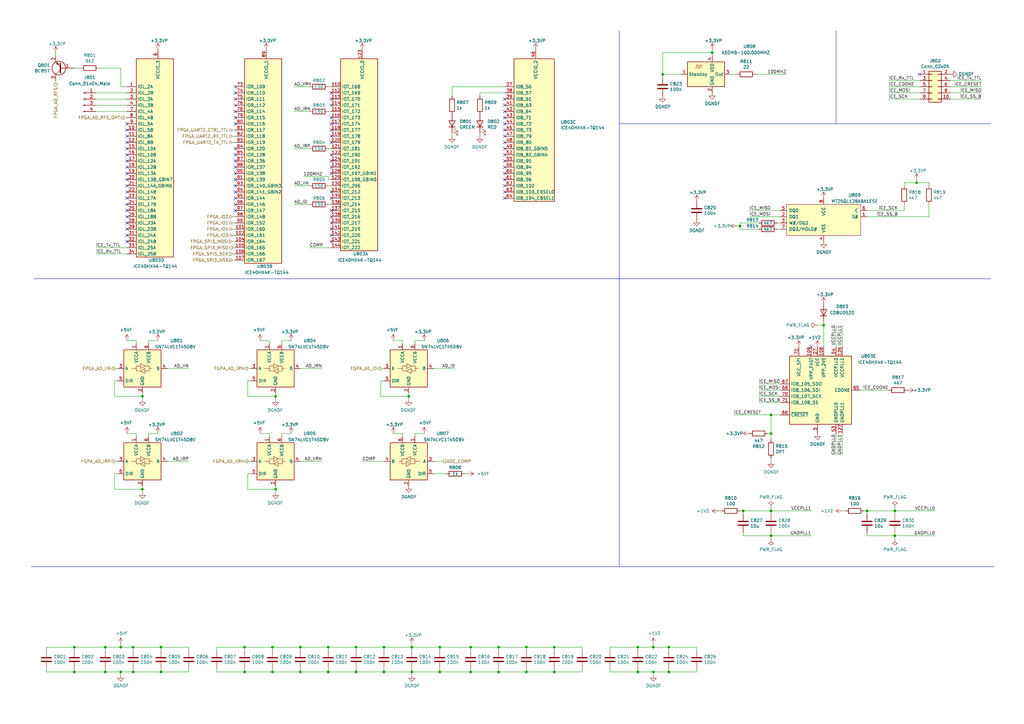
<source format=kicad_sch>
(kicad_sch (version 20231120) (generator "eeschema") (generator_version "8.0")
  (paper "A3")
  (title_block (title "FPGA") (date "2020-03-07") (rev "1.00"))
  (junction (at 227.33 275.59))
  (junction (at 215.9 275.59))
  (junction (at 168.91 275.59))
  (junction (at 157.48 275.59))
  (junction (at 146.05 275.59))
  (junction (at 292.1 21.59))
  (junction (at 30.48 265.43))
  (junction (at 204.47 265.43))
  (junction (at 304.8 209.55))
  (junction (at 134.62 265.43))
  (junction (at 49.53 265.43))
  (junction (at 54.61 265.43))
  (junction (at 43.18 265.43))
  (junction (at 100.33 275.59))
  (junction (at 193.04 265.43))
  (junction (at 113.03 200.66))
  (junction (at 355.6 209.55))
  (junction (at 316.23 209.55))
  (junction (at 316.23 170.18))
  (junction (at 271.78 30.48))
  (junction (at 111.76 275.59))
  (junction (at 193.04 275.59))
  (junction (at 66.04 265.43))
  (junction (at 167.64 162.56))
  (junction (at 30.48 275.59))
  (junction (at 337.82 133.35))
  (junction (at 274.32 275.59))
  (junction (at 204.47 275.59))
  (junction (at 58.42 162.56))
  (junction (at 168.91 265.43))
  (junction (at 375.92 74.93))
  (junction (at 267.97 275.59))
  (junction (at 261.62 275.59))
  (junction (at 113.03 162.56))
  (junction (at 261.62 265.43))
  (junction (at 157.48 265.43))
  (junction (at 303.53 92.71))
  (junction (at 227.33 265.43))
  (junction (at 274.32 265.43))
  (junction (at 367.03 219.71))
  (junction (at 180.34 265.43))
  (junction (at 58.42 200.66))
  (junction (at 316.23 219.71))
  (junction (at 123.19 275.59))
  (junction (at 66.04 275.59))
  (junction (at 316.23 177.8))
  (junction (at 100.33 265.43))
  (junction (at 146.05 265.43))
  (junction (at 123.19 265.43))
  (junction (at 54.61 275.59))
  (junction (at 111.76 265.43))
  (junction (at 267.97 265.43))
  (junction (at 180.34 275.59))
  (junction (at 43.18 275.59))
  (junction (at 215.9 265.43))
  (junction (at 367.03 209.55))
  (junction (at 134.62 275.59))
  (junction (at 49.53 275.59))
  (no_connect (at 135.89 38.1))
  (no_connect (at 52.07 66.04))
  (no_connect (at 207.01 48.26))
  (no_connect (at 52.07 50.8))
  (no_connect (at 207.01 58.42))
  (no_connect (at 207.01 53.34))
  (no_connect (at 207.01 68.58))
  (no_connect (at 135.89 48.26))
  (no_connect (at 207.01 60.96))
  (no_connect (at 96.52 38.1))
  (no_connect (at 52.07 68.58))
  (no_connect (at 96.52 68.58))
  (no_connect (at 96.52 40.64))
  (no_connect (at 52.07 96.52))
  (no_connect (at 135.89 68.58))
  (no_connect (at 96.52 45.72))
  (no_connect (at 207.01 78.74))
  (no_connect (at 135.89 86.36))
  (no_connect (at 207.01 66.04))
  (no_connect (at 52.07 63.5))
  (no_connect (at 96.52 76.2))
  (no_connect (at 135.89 58.42))
  (no_connect (at 52.07 88.9))
  (no_connect (at 96.52 60.96))
  (no_connect (at 135.89 93.98))
  (no_connect (at 207.01 63.5))
  (no_connect (at 135.89 96.52))
  (no_connect (at 207.01 76.2))
  (no_connect (at 135.89 66.04))
  (no_connect (at 377.19 30.48))
  (no_connect (at 52.07 55.88))
  (no_connect (at 96.52 78.74))
  (no_connect (at 207.01 43.18))
  (no_connect (at 96.52 50.8))
  (no_connect (at 135.89 53.34))
  (no_connect (at 207.01 55.88))
  (no_connect (at 207.01 50.8))
  (no_connect (at 135.89 71.12))
  (no_connect (at 52.07 60.96))
  (no_connect (at 52.07 76.2))
  (no_connect (at 135.89 63.5))
  (no_connect (at 96.52 48.26))
  (no_connect (at 96.52 63.5))
  (no_connect (at 52.07 78.74))
  (no_connect (at 207.01 71.12))
  (no_connect (at 207.01 40.64))
  (no_connect (at 135.89 55.88))
  (no_connect (at 52.07 71.12))
  (no_connect (at 52.07 73.66))
  (no_connect (at 135.89 40.64))
  (no_connect (at 52.07 99.06))
  (no_connect (at 96.52 35.56))
  (no_connect (at 96.52 71.12))
  (no_connect (at 52.07 91.44))
  (no_connect (at 135.89 88.9))
  (no_connect (at 207.01 73.66))
  (no_connect (at 52.07 58.42))
  (no_connect (at 52.07 81.28))
  (no_connect (at 207.01 45.72))
  (no_connect (at 52.07 93.98))
  (no_connect (at 135.89 99.06))
  (no_connect (at 135.89 78.74))
  (no_connect (at 96.52 73.66))
  (no_connect (at 52.07 83.82))
  (no_connect (at 96.52 66.04))
  (no_connect (at 332.74 142.24))
  (no_connect (at 96.52 86.36))
  (no_connect (at 135.89 81.28))
  (no_connect (at 96.52 43.18))
  (no_connect (at 96.52 81.28))
  (no_connect (at 96.52 83.82))
  (no_connect (at 135.89 43.18))
  (no_connect (at 207.01 81.28))
  (no_connect (at 135.89 50.8))
  (no_connect (at 52.07 86.36))
  (no_connect (at 135.89 91.44))
  (no_connect (at 52.07 53.34))
  (wire (pts (xy 148.59 189.23) (xy 157.48 189.23)))
  (wire (pts (xy 316.23 177.8) (xy 314.96 177.8)))
  (wire (pts (xy 250.19 274.32) (xy 250.19 275.59)))
  (wire (pts (xy 316.23 209.55) (xy 316.23 210.82)))
  (wire (pts (xy 185.42 35.56) (xy 207.01 35.56)))
  (wire (pts (xy 113.03 199.39) (xy 113.03 200.66)))
  (wire (pts (xy 316.23 189.23) (xy 316.23 187.96)))
  (wire (pts (xy 60.96 177.8) (xy 64.77 177.8)))
  (wire (pts (xy 377.19 35.56) (xy 364.49 35.56)))
  (wire (pts (xy 95.25 53.34) (xy 96.52 53.34)))
  (wire (pts (xy 55.88 140.97) (xy 55.88 139.7)))
  (wire (pts (xy 320.04 170.18) (xy 316.23 170.18)))
  (wire (pts (xy 54.61 274.32) (xy 54.61 275.59)))
  (wire (pts (xy 316.23 180.34) (xy 316.23 177.8)))
  (wire (pts (xy 40.64 27.94) (xy 49.53 27.94)))
  (wire (pts (xy 285.75 266.7) (xy 285.75 265.43)))
  (wire (pts (xy 261.62 266.7) (xy 261.62 265.43)))
  (wire (pts (xy 267.97 275.59) (xy 274.32 275.59)))
  (wire (pts (xy 134.62 265.43) (xy 146.05 265.43)))
  (wire (pts (xy 303.53 91.44) (xy 303.53 92.71)))
  (wire (pts (xy 95.25 99.06) (xy 96.52 99.06)))
  (wire (pts (xy 355.6 88.9) (xy 381 88.9)))
  (wire (pts (xy 320.04 86.36) (xy 307.34 86.36)))
  (wire (pts (xy 304.8 209.55) (xy 316.23 209.55)))
  (wire (pts (xy 111.76 266.7) (xy 111.76 265.43)))
  (wire (pts (xy 342.9 177.8) (xy 342.9 186.69)))
  (wire (pts (xy 123.19 275.59) (xy 134.62 275.59)))
  (wire (pts (xy 383.54 209.55) (xy 367.03 209.55)))
  (wire (pts (xy 43.18 265.43) (xy 49.53 265.43)))
  (wire (pts (xy 49.53 264.16) (xy 49.53 265.43)))
  (wire (pts (xy 177.8 189.23) (xy 181.61 189.23)))
  (wire (pts (xy 146.05 265.43) (xy 157.48 265.43)))
  (wire (pts (xy 355.6 210.82) (xy 355.6 209.55)))
  (wire (pts (xy 316.23 177.8) (xy 316.23 170.18)))
  (wire (pts (xy 43.18 265.43) (xy 43.18 266.7)))
  (wire (pts (xy 39.37 45.72) (xy 52.07 45.72)))
  (wire (pts (xy 345.44 142.24) (xy 345.44 133.35)))
  (wire (pts (xy 238.76 275.59) (xy 238.76 274.32)))
  (wire (pts (xy 146.05 275.59) (xy 157.48 275.59)))
  (wire (pts (xy 146.05 274.32) (xy 146.05 275.59)))
  (wire (pts (xy 303.53 92.71) (xy 303.53 93.98)))
  (wire (pts (xy 375.92 73.66) (xy 375.92 74.93)))
  (wire (pts (xy 95.25 58.42) (xy 96.52 58.42)))
  (wire (pts (xy 111.76 274.32) (xy 111.76 275.59)))
  (wire (pts (xy 134.62 274.32) (xy 134.62 275.59)))
  (wire (pts (xy 180.34 275.59) (xy 168.91 275.59)))
  (wire (pts (xy 332.74 209.55) (xy 316.23 209.55)))
  (wire (pts (xy 66.04 274.32) (xy 66.04 275.59)))
  (wire (pts (xy 54.61 265.43) (xy 54.61 266.7)))
  (wire (pts (xy 274.32 265.43) (xy 285.75 265.43)))
  (wire (pts (xy 167.64 162.56) (xy 156.21 162.56)))
  (wire (pts (xy 271.78 21.59) (xy 292.1 21.59)))
  (wire (pts (xy 170.18 179.07) (xy 170.18 177.8)))
  (wire (pts (xy 134.62 266.7) (xy 134.62 265.43)))
  (wire (pts (xy 165.1 177.8) (xy 161.29 177.8)))
  (wire (pts (xy 320.04 160.02) (xy 311.15 160.02)))
  (wire (pts (xy 52.07 104.14) (xy 39.37 104.14)))
  (wire (pts (xy 320.04 165.1) (xy 311.15 165.1)))
  (wire (pts (xy 261.62 275.59) (xy 267.97 275.59)))
  (wire (pts (xy 157.48 266.7) (xy 157.48 265.43)))
  (wire (pts (xy 55.88 179.07) (xy 55.88 177.8)))
  (wire (pts (xy 353.06 160.02) (xy 364.49 160.02)))
  (wire (pts (xy 367.03 209.55) (xy 367.03 210.82)))
  (wire (pts (xy 39.37 40.64) (xy 52.07 40.64)))
  (wire (pts (xy 304.8 210.82) (xy 304.8 209.55)))
  (wire (pts (xy 134.62 60.96) (xy 135.89 60.96)))
  (wire (pts (xy 100.33 275.59) (xy 111.76 275.59)))
  (wire (pts (xy 250.19 266.7) (xy 250.19 265.43)))
  (wire (pts (xy 19.05 265.43) (xy 30.48 265.43)))
  (wire (pts (xy 215.9 275.59) (xy 227.33 275.59)))
  (wire (pts (xy 102.87 151.13) (xy 101.6 151.13)))
  (wire (pts (xy 30.48 265.43) (xy 30.48 266.7)))
  (wire (pts (xy 134.62 76.2) (xy 135.89 76.2)))
  (wire (pts (xy 77.47 275.59) (xy 66.04 275.59)))
  (wire (pts (xy 157.48 275.59) (xy 168.91 275.59)))
  (wire (pts (xy 115.57 140.97) (xy 115.57 139.7)))
  (wire (pts (xy 66.04 265.43) (xy 66.04 266.7)))
  (wire (pts (xy 55.88 177.8) (xy 52.07 177.8)))
  (wire (pts (xy 49.53 27.94) (xy 49.53 35.56)))
  (wire (pts (xy 49.53 275.59) (xy 43.18 275.59)))
  (wire (pts (xy 389.89 35.56) (xy 402.59 35.56)))
  (wire (pts (xy 49.53 35.56) (xy 52.07 35.56)))
  (wire (pts (xy 354.33 209.55) (xy 355.6 209.55)))
  (wire (pts (xy 355.6 219.71) (xy 367.03 219.71)))
  (wire (pts (xy 110.49 139.7) (xy 106.68 139.7)))
  (wire (pts (xy 113.03 162.56) (xy 101.6 162.56)))
  (wire (pts (xy 389.89 40.64) (xy 402.59 40.64)))
  (wire (pts (xy 196.85 38.1) (xy 196.85 39.37)))
  (wire (pts (xy 227.33 265.43) (xy 238.76 265.43)))
  (wire (pts (xy 345.44 177.8) (xy 345.44 186.69)))
  (wire (pts (xy 389.89 33.02) (xy 402.59 33.02)))
  (wire (pts (xy 204.47 265.43) (xy 215.9 265.43)))
  (wire (pts (xy 100.33 265.43) (xy 111.76 265.43)))
  (wire (pts (xy 250.19 275.59) (xy 261.62 275.59)))
  (wire (pts (xy 101.6 194.31) (xy 102.87 194.31)))
  (wire (pts (xy 135.89 45.72) (xy 134.62 45.72)))
  (wire (pts (xy 115.57 179.07) (xy 115.57 177.8)))
  (wire (pts (xy 370.84 86.36) (xy 370.84 83.82)))
  (wire (pts (xy 88.9 275.59) (xy 100.33 275.59)))
  (wire (pts (xy 238.76 266.7) (xy 238.76 265.43)))
  (wire (pts (xy 238.76 275.59) (xy 227.33 275.59)))
  (wire (pts (xy 77.47 151.13) (xy 68.58 151.13)))
  (wire (pts (xy 101.6 156.21) (xy 102.87 156.21)))
  (wire (pts (xy 185.42 55.88) (xy 185.42 54.61)))
  (wire (pts (xy 123.19 274.32) (xy 123.19 275.59)))
  (wire (pts (xy 113.03 162.56) (xy 113.03 163.83)))
  (wire (pts (xy 165.1 139.7) (xy 161.29 139.7)))
  (wire (pts (xy 19.05 266.7) (xy 19.05 265.43)))
  (wire (pts (xy 168.91 264.16) (xy 168.91 265.43)))
  (wire (pts (xy 48.26 189.23) (xy 46.99 189.23)))
  (wire (pts (xy 337.82 133.35) (xy 337.82 132.08)))
  (wire (pts (xy 389.89 38.1) (xy 402.59 38.1)))
  (wire (pts (xy 127 101.6) (xy 135.89 101.6)))
  (wire (pts (xy 355.6 86.36) (xy 370.84 86.36)))
  (wire (pts (xy 193.04 265.43) (xy 204.47 265.43)))
  (wire (pts (xy 30.48 265.43) (xy 43.18 265.43)))
  (wire (pts (xy 43.18 275.59) (xy 30.48 275.59)))
  (wire (pts (xy 88.9 265.43) (xy 100.33 265.43)))
  (wire (pts (xy 320.04 93.98) (xy 318.77 93.98)))
  (wire (pts (xy 50.8 48.26) (xy 52.07 48.26)))
  (wire (pts (xy 134.62 275.59) (xy 146.05 275.59)))
  (wire (pts (xy 113.03 200.66) (xy 113.03 201.93)))
  (wire (pts (xy 46.99 194.31) (xy 48.26 194.31)))
  (wire (pts (xy 337.82 142.24) (xy 337.82 133.35)))
  (wire (pts (xy 193.04 274.32) (xy 193.04 275.59)))
  (wire (pts (xy 49.53 265.43) (xy 54.61 265.43)))
  (wire (pts (xy 19.05 275.59) (xy 30.48 275.59)))
  (wire (pts (xy 157.48 151.13) (xy 156.21 151.13)))
  (wire (pts (xy 115.57 177.8) (xy 119.38 177.8)))
  (wire (pts (xy 134.62 72.39) (xy 134.62 73.66)))
  (wire (pts (xy 381 74.93) (xy 381 76.2)))
  (wire (pts (xy 60.96 179.07) (xy 60.96 177.8)))
  (wire (pts (xy 303.53 91.44) (xy 311.15 91.44)))
  (wire (pts (xy 168.91 275.59) (xy 168.91 274.32)))
  (wire (pts (xy 55.88 139.7) (xy 52.07 139.7)))
  (wire (pts (xy 177.8 194.31) (xy 182.88 194.31)))
  (wire (pts (xy 39.37 38.1) (xy 52.07 38.1)))
  (wire (pts (xy 271.78 30.48) (xy 271.78 21.59)))
  (wire (pts (xy 123.19 266.7) (xy 123.19 265.43)))
  (wire (pts (xy 367.03 220.98) (xy 367.03 219.71)))
  (wire (pts (xy 60.96 140.97) (xy 60.96 139.7)))
  (wire (pts (xy 132.08 189.23) (xy 123.19 189.23)))
  (wire (pts (xy 299.72 30.48) (xy 302.26 30.48)))
  (wire (pts (xy 180.34 275.59) (xy 180.34 274.32)))
  (wire (pts (xy 88.9 266.7) (xy 88.9 265.43)))
  (wire (pts (xy 101.6 162.56) (xy 101.6 156.21)))
  (wire (pts (xy 170.18 139.7) (xy 173.99 139.7)))
  (wire (pts (xy 115.57 139.7) (xy 119.38 139.7)))
  (wire (pts (xy 250.19 265.43) (xy 261.62 265.43)))
  (wire (pts (xy 186.69 151.13) (xy 177.8 151.13)))
  (wire (pts (xy 267.97 276.86) (xy 267.97 275.59)))
  (wire (pts (xy 267.97 265.43) (xy 274.32 265.43)))
  (wire (pts (xy 196.85 55.88) (xy 196.85 54.61)))
  (wire (pts (xy 345.44 209.55) (xy 346.71 209.55)))
  (polyline (pts (xy 342.9 12.7) (xy 342.9 50.8)))
  (wire (pts (xy 132.08 151.13) (xy 123.19 151.13)))
  (wire (pts (xy 377.19 38.1) (xy 364.49 38.1)))
  (wire (pts (xy 377.19 40.64) (xy 364.49 40.64)))
  (wire (pts (xy 134.62 83.82) (xy 135.89 83.82)))
  (wire (pts (xy 180.34 265.43) (xy 193.04 265.43)))
  (wire (pts (xy 54.61 265.43) (xy 66.04 265.43)))
  (wire (pts (xy 95.25 104.14) (xy 96.52 104.14)))
  (wire (pts (xy 204.47 274.32) (xy 204.47 275.59)))
  (wire (pts (xy 100.33 266.7) (xy 100.33 265.43)))
  (wire (pts (xy 110.49 140.97) (xy 110.49 139.7)))
  (wire (pts (xy 320.04 157.48) (xy 311.15 157.48)))
  (wire (pts (xy 300.99 170.18) (xy 316.23 170.18)))
  (wire (pts (xy 304.8 218.44) (xy 304.8 219.71)))
  (wire (pts (xy 320.04 88.9) (xy 307.34 88.9)))
  (wire (pts (xy 110.49 179.07) (xy 110.49 177.8)))
  (wire (pts (xy 58.42 162.56) (xy 58.42 163.83)))
  (polyline (pts (xy 254 12.7) (xy 254 232.41)))
  (wire (pts (xy 367.03 219.71) (xy 383.54 219.71)))
  (wire (pts (xy 168.91 276.86) (xy 168.91 275.59)))
  (wire (pts (xy 66.04 275.59) (xy 54.61 275.59)))
  (wire (pts (xy 96.52 55.88) (xy 95.25 55.88)))
  (wire (pts (xy 49.53 276.86) (xy 49.53 275.59)))
  (wire (pts (xy 58.42 199.39) (xy 58.42 200.66)))
  (wire (pts (xy 30.48 27.94) (xy 33.02 27.94)))
  (wire (pts (xy 279.4 30.48) (xy 271.78 30.48)))
  (wire (pts (xy 30.48 274.32) (xy 30.48 275.59)))
  (wire (pts (xy 111.76 265.43) (xy 123.19 265.43)))
  (wire (pts (xy 335.28 133.35) (xy 337.82 133.35)))
  (polyline (pts (xy 13.97 114.3) (xy 406.4 114.3)))
  (wire (pts (xy 170.18 177.8) (xy 173.99 177.8)))
  (wire (pts (xy 285.75 274.32) (xy 285.75 275.59)))
  (wire (pts (xy 355.6 209.55) (xy 367.03 209.55)))
  (wire (pts (xy 165.1 179.07) (xy 165.1 177.8)))
  (wire (pts (xy 167.64 161.29) (xy 167.64 162.56)))
  (wire (pts (xy 22.86 21.59) (xy 22.86 22.86)))
  (wire (pts (xy 303.53 209.55) (xy 304.8 209.55)))
  (wire (pts (xy 261.62 265.43) (xy 267.97 265.43)))
  (wire (pts (xy 146.05 266.7) (xy 146.05 265.43)))
  (wire (pts (xy 274.32 274.32) (xy 274.32 275.59)))
  (wire (pts (xy 88.9 274.32) (xy 88.9 275.59)))
  (wire (pts (xy 58.42 200.66) (xy 58.42 201.93)))
  (wire (pts (xy 100.33 274.32) (xy 100.33 275.59)))
  (wire (pts (xy 342.9 142.24) (xy 342.9 133.35)))
  (polyline (pts (xy 12.7 232.41) (xy 407.67 232.41)))
  (wire (pts (xy 101.6 200.66) (xy 101.6 194.31)))
  (wire (pts (xy 370.84 74.93) (xy 375.92 74.93)))
  (wire (pts (xy 123.19 265.43) (xy 134.62 265.43)))
  (wire (pts (xy 167.64 162.56) (xy 167.64 163.83)))
  (wire (pts (xy 180.34 266.7) (xy 180.34 265.43)))
  (wire (pts (xy 22.86 34.29) (xy 22.86 33.02)))
  (wire (pts (xy 19.05 275.59) (xy 19.05 274.32)))
  (wire (pts (xy 318.77 91.44) (xy 320.04 91.44)))
  (wire (pts (xy 120.65 45.72) (xy 127 45.72)))
  (wire (pts (xy 96.52 101.6) (xy 95.25 101.6)))
  (wire (pts (xy 271.78 31.75) (xy 271.78 30.48)))
  (wire (pts (xy 111.76 275.59) (xy 123.19 275.59)))
  (wire (pts (xy 120.65 60.96) (xy 127 60.96)))
  (wire (pts (xy 58.42 200.66) (xy 46.99 200.66)))
  (wire (pts (xy 227.33 265.43) (xy 227.33 266.7)))
  (wire (pts (xy 102.87 189.23) (xy 101.6 189.23)))
  (wire (pts (xy 168.91 265.43) (xy 168.91 266.7)))
  (wire (pts (xy 227.33 275.59) (xy 227.33 274.32)))
  (wire (pts (xy 367.03 218.44) (xy 367.03 219.71)))
  (wire (pts (xy 274.32 275.59) (xy 285.75 275.59)))
  (wire (pts (xy 52.07 101.6) (xy 39.37 101.6)))
  (wire (pts (xy 168.91 265.43) (xy 180.34 265.43)))
  (wire (pts (xy 309.88 30.48) (xy 322.58 30.48)))
  (wire (pts (xy 96.52 93.98) (xy 95.25 93.98)))
  (wire (pts (xy 156.21 156.21) (xy 157.48 156.21)))
  (wire (pts (xy 370.84 76.2) (xy 370.84 74.93)))
  (wire (pts (xy 320.04 162.56) (xy 311.15 162.56)))
  (wire (pts (xy 292.1 21.59) (xy 292.1 22.86)))
  (wire (pts (xy 120.65 35.56) (xy 127 35.56)))
  (wire (pts (xy 316.23 218.44) (xy 316.23 219.71)))
  (wire (pts (xy 215.9 274.32) (xy 215.9 275.59)))
  (wire (pts (xy 39.37 43.18) (xy 52.07 43.18)))
  (wire (pts (xy 58.42 161.29) (xy 58.42 162.56)))
  (wire (pts (xy 120.65 83.82) (xy 127 83.82)))
  (wire (pts (xy 215.9 266.7) (xy 215.9 265.43)))
  (polyline (pts (xy 254 50.8) (xy 406.4 50.8)))
  (wire (pts (xy 294.64 209.55) (xy 295.91 209.55)))
  (wire (pts (xy 204.47 266.7) (xy 204.47 265.43)))
  (wire (pts (xy 46.99 162.56) (xy 46.99 156.21)))
  (wire (pts (xy 66.04 265.43) (xy 77.47 265.43)))
  (wire (pts (xy 316.23 219.71) (xy 332.74 219.71)))
  (wire (pts (xy 274.32 266.7) (xy 274.32 265.43)))
  (wire (pts (xy 185.42 39.37) (xy 185.42 35.56)))
  (wire (pts (xy 46.99 156.21) (xy 48.26 156.21)))
  (wire (pts (xy 113.03 200.66) (xy 101.6 200.66)))
  (wire (pts (xy 77.47 189.23) (xy 68.58 189.23)))
  (wire (pts (xy 170.18 140.97) (xy 170.18 139.7)))
  (wire (pts (xy 303.53 93.98) (xy 311.15 93.98)))
  (wire (pts (xy 215.9 265.43) (xy 227.33 265.43)))
  (wire (pts (xy 43.18 274.32) (xy 43.18 275.59)))
  (wire (pts (xy 120.65 76.2) (xy 127 76.2)))
  (wire (pts (xy 355.6 218.44) (xy 355.6 219.71)))
  (wire (pts (xy 110.49 177.8) (xy 106.68 177.8)))
  (wire (pts (xy 46.99 200.66) (xy 46.99 194.31)))
  (wire (pts (xy 95.25 96.52) (xy 96.52 96.52)))
  (wire (pts (xy 95.25 91.44) (xy 96.52 91.44)))
  (wire (pts (xy 316.23 208.28) (xy 316.23 209.55)))
  (wire (pts (xy 267.97 264.16) (xy 267.97 265.43)))
  (wire (pts (xy 292.1 20.32) (xy 292.1 21.59)))
  (wire (pts (xy 96.52 88.9) (xy 95.25 88.9)))
  (wire (pts (xy 156.21 162.56) (xy 156.21 156.21)))
  (wire (pts (xy 190.5 194.31) (xy 191.77 194.31)))
  (wire (pts (xy 95.25 106.68) (xy 96.52 106.68)))
  (wire (pts (xy 135.89 35.56) (xy 134.62 35.56)))
  (wire (pts (xy 193.04 265.43) (xy 193.04 266.7)))
  (wire (pts (xy 58.42 162.56) (xy 46.99 162.56)))
  (wire (pts (xy 304.8 219.71) (xy 316.23 219.71)))
  (wire (pts (xy 60.96 139.7) (xy 64.77 139.7)))
  (wire (pts (xy 165.1 140.97) (xy 165.1 139.7)))
  (wire (pts (xy 316.23 220.98) (xy 316.23 219.71)))
  (wire (pts (xy 204.47 275.59) (xy 215.9 275.59)))
  (wire (pts (xy 54.61 275.59) (xy 49.53 275.59)))
  (wire (pts (xy 134.62 73.66) (xy 135.89 73.66)))
  (wire (pts (xy 377.19 33.02) (xy 364.49 33.02)))
  (wire (pts (xy 367.03 208.28) (xy 367.03 209.55)))
  (wire (pts (xy 48.26 151.13) (xy 46.99 151.13)))
  (wire (pts (xy 375.92 74.93) (xy 381 74.93)))
  (wire (pts (xy 77.47 265.43) (xy 77.47 266.7)))
  (wire (pts (xy 124.46 72.39) (xy 134.62 72.39)))
  (wire (pts (xy 180.34 275.59) (xy 193.04 275.59)))
  (wire (pts (xy 302.26 92.71) (xy 303.53 92.71)))
  (wire (pts (xy 261.62 274.32) (xy 261.62 275.59)))
  (wire (pts (xy 381 88.9) (xy 381 83.82)))
  (wire (pts (xy 157.48 274.32) (xy 157.48 275.59)))
  (wire (pts (xy 113.03 161.29) (xy 113.03 162.56)))
  (wire (pts (xy 77.47 274.32) (xy 77.47 275.59)))
  (wire (pts (xy 196.85 38.1) (xy 207.01 38.1)))
  (wire (pts (xy 157.48 265.43) (xy 168.91 265.43)))
  (wire (pts (xy 193.04 275.59) (xy 204.47 275.59)))
  (label "iCE_SCK" (at 311.15 162.56 0))
  (label "iCE_MOSI" (at 364.49 38.1 0))
  (label "iCE_CDONE" (at 364.49 160.02 180))
  (label "COMP" (at 148.59 189.23 0))
  (label "AD_IRP" (at 77.47 189.23 180))
  (label "GNDPLL1" (at 345.44 186.69 90))
  (label "iCE_CDONE" (at 364.49 35.56 0))
  (label "100MHZ" (at 322.58 30.48 180))
  (label "iCE_MOSI" (at 307.34 88.9 0))
  (label "GNDPLL0" (at 383.54 219.71 180))
  (label "iCE_CRESET" (at 300.99 170.18 0))
  (label "AD_IRP" (at 120.65 60.96 0))
  (label "iCE_SS_B" (at 368.3 88.9 180))
  (label "GNDPLL1" (at 332.74 219.71 180))
  (label "AD_VRH" (at 120.65 35.56 0))
  (label "iCE_MOSI" (at 311.15 160.02 0))
  (label "100MHZ" (at 124.46 72.39 0))
  (label "iCE_CRESET" (at 402.59 35.56 180))
  (label "iCE_SS_B" (at 402.59 40.64 180))
  (label "iCE_Tx_TTL" (at 39.37 101.6 0))
  (label "AD_IIN" (at 120.65 76.2 0))
  (label "AD_VRH" (at 132.08 189.23 180))
  (label "VCCPLL1" (at 332.74 209.55 180))
  (label "iCE_SS_B" (at 311.15 165.1 0))
  (label "iCE_MISO" (at 307.34 86.36 0))
  (label "AD_IRN" (at 132.08 151.13 180))
  (label "iCE_Rx_TTL" (at 364.49 33.02 0))
  (label "AD_ID" (at 120.65 83.82 0))
  (label "iCE_MISO" (at 402.59 38.1 180))
  (label "VCCPLL1" (at 345.44 133.35 270))
  (label "VCCPLL0" (at 342.9 133.35 270))
  (label "iCE_Tx_TTL" (at 402.59 33.02 180))
  (label "iCE_SCK" (at 364.49 40.64 0))
  (label "iCE_Rx_TTL" (at 39.37 104.14 0))
  (label "AD_IRN" (at 120.65 45.72 0))
  (label "iCE_MISO" (at 311.15 157.48 0))
  (label "AD_ID" (at 186.69 151.13 180))
  (label "VCCPLL0" (at 383.54 209.55 180))
  (label "COMP" (at 127 101.6 0))
  (label "GNDPLL0" (at 342.9 186.69 90))
  (label "AD_IIN" (at 77.47 151.13 180))
  (label "iCE_SCK" (at 368.3 86.36 180))
  (hierarchical_label "FGPA_AD_IRN" (shape output) (at 101.6 151.13 180))
  (hierarchical_label "FPGA_SPI3_MOSI" (shape input) (at 95.25 99.06 180))
  (hierarchical_label "FPGA_IO3" (shape bidirectional) (at 95.25 96.52 180))
  (hierarchical_label "FPGA_SPI3_NSS" (shape input) (at 95.25 106.68 180))
  (hierarchical_label "FPGA_UART2_CTRL_TTL" (shape bidirectional) (at 95.25 53.34 180))
  (hierarchical_label "ADC_COMP" (shape input) (at 181.61 189.23 0))
  (hierarchical_label "FGPA_AD_ID" (shape output) (at 156.21 151.13 180))
  (hierarchical_label "FPGA_IO2" (shape bidirectional) (at 95.25 88.9 180))
  (hierarchical_label "FPGA_AD_RFS_OPT" (shape output) (at 50.8 48.26 180))
  (hierarchical_label "FGPA_AD_IRP" (shape output) (at 46.99 189.23 180))
  (hierarchical_label "FPGA_SPI3_MISO" (shape output) (at 95.25 101.6 180))
  (hierarchical_label "FGPA_AD_VRH" (shape output) (at 101.6 189.23 180))
  (hierarchical_label "FPGA_IO4" (shape bidirectional) (at 95.25 93.98 180))
  (hierarchical_label "FPGA_IO1" (shape bidirectional) (at 95.25 91.44 180))
  (hierarchical_label "FPGA_AD_RFS" (shape output) (at 22.86 34.29 270))
  (hierarchical_label "FPGA_UART2_RX_TTL" (shape bidirectional) (at 95.25 55.88 180))
  (hierarchical_label "FPGA_AD_IIN" (shape output) (at 46.99 151.13 180))
  (hierarchical_label "FPGA_UART2_TX_TTL" (shape bidirectional) (at 95.25 58.42 180))
  (hierarchical_label "FPGA_SPI3_SCK" (shape input) (at 95.25 104.14 180))
  (symbol (lib_id "Device:R") (at 130.81 83.82 270) (unit 1)
    (property "Reference" "R806" (at 130.81 81.28 90))
    (property "Value" "150" (at 130.81 83.82 90))
    (property "Footprint" "Resistor_SMD:R_0603_1608Metric_Pad1.05x0.95mm_HandSolder" (effects (hide yes)))
  )
  (symbol (lib_id "Device:R") (at 130.81 35.56 270) (unit 1)
    (property "Reference" "R802" (at 130.81 33.02 90))
    (property "Value" "150" (at 130.81 35.56 90))
    (property "Footprint" "Resistor_SMD:R_0603_1608Metric_Pad1.05x0.95mm_HandSolder" (effects (hide yes)))
  )
  (symbol (lib_id "Device:R") (at 130.81 45.72 270) (unit 1)
    (property "Reference" "R803" (at 130.81 43.18 90))
    (property "Value" "150" (at 130.81 45.72 90))
    (property "Footprint" "Resistor_SMD:R_0603_1608Metric_Pad1.05x0.95mm_HandSolder" (effects (hide yes)))
  )
  (symbol (lib_id "Device:R") (at 130.81 60.96 270) (unit 1)
    (property "Reference" "R804" (at 130.81 58.42 90))
    (property "Value" "150" (at 130.81 60.96 90))
    (property "Footprint" "Resistor_SMD:R_0603_1608Metric_Pad1.05x0.95mm_HandSolder" (effects (hide yes)))
  )
  (symbol (lib_id "Device:R") (at 130.81 76.2 270) (unit 1)
    (property "Reference" "R805" (at 130.81 73.66 90))
    (property "Value" "150" (at 130.81 76.2 90))
    (property "Footprint" "Resistor_SMD:R_0603_1608Metric_Pad1.05x0.95mm_HandSolder" (effects (hide yes)))
  )
  (symbol (lib_id "Connector_Generic:Conn_02x05_Odd_Even") (at 382.27 35.56 0) (unit 1)
    (property "Reference" "J802" (at 383.54 24.9682 0))
    (property "Value" "Conn_02x05" (at 383.54 27.2796 0))
    (property "Footprint" "Connector_PinHeader_2.54mm:PinHeader_2x05_P2.54mm_Vertical" (effects (hide yes)))
  )
  (symbol (lib_id "Device:R") (at 196.85 43.18 0) (unit 1)
    (property "Reference" "R809" (at 198.628 42.0116 0) (effects (justify left)))
    (property "Value" "1k" (at 198.628 44.323 0) (effects (justify left)))
    (property "Footprint" "Resistor_SMD:R_0603_1608Metric_Pad1.05x0.95mm_HandSolder" (effects (hide yes)))
  )
  (symbol (lib_id "Device:R") (at 185.42 43.18 0) (unit 1)
    (property "Reference" "R807" (at 187.198 42.0116 0) (effects (justify left)))
    (property "Value" "1k" (at 187.198 44.323 0) (effects (justify left)))
    (property "Footprint" "Resistor_SMD:R_0603_1608Metric_Pad1.05x0.95mm_HandSolder" (effects (hide yes)))
  )
  (symbol (lib_id "Device:LED") (at 196.85 50.8 90) (unit 1)
    (property "Reference" "D802" (at 199.8472 49.8094 90) (effects (justify right)))
    (property "Value" "RED" (at 199.8472 52.1208 90) (effects (justify right)))
    (property "Footprint" "LED_SMD:LED_0603_1608Metric_Pad1.05x0.95mm_HandSolder" (effects (hide yes)))
  )
  (symbol (lib_id "Device:LED") (at 185.42 50.8 90) (unit 1)
    (property "Reference" "D801" (at 188.4172 49.8094 90) (effects (justify right)))
    (property "Value" "GREEN" (at 188.4172 52.1208 90) (effects (justify right)))
    (property "Footprint" "LED_SMD:LED_0603_1608Metric_Pad1.05x0.95mm_HandSolder" (effects (hide yes)))
  )
  (symbol (lib_id "ADC_TEST:DGNDF") (at 196.85 55.88 0) (mirror y) (unit 1)
    (property "Reference" "#PWR0829" (effects (hide yes)))
    (property "Value" "DGNDF" (at 196.723 60.2742 0))
  )
  (symbol (lib_id "ADC_TEST:DGNDF") (at 185.42 55.88 0) (mirror y) (unit 1)
    (property "Reference" "#PWR0827" (effects (hide yes)))
    (property "Value" "DGNDF" (at 185.293 60.2742 0))
  )
  (symbol (lib_id "FPGA_Lattice:ICE40HX4K-TQ144") (at 148.59 66.04 0) (unit 1)
    (property "Reference" "U803" (at 144.78 104.14 0) (effects (justify left)))
    (property "Value" "ICE40HX4K-TQ144" (at 138.43 106.68 0) (effects (justify left)))
    (property "Footprint" "ADC_TEST:TQFP-144_20x20mm_P0.5mm" (effects (hide yes)))
    (property "Datasheet" "http://www.latticesemi.com/Products/FPGAandCPLD/iCE40" (effects (hide yes)))
  )
  (symbol (lib_id "FPGA_Lattice:ICE40HX4K-TQ144") (at 109.22 68.58 0) (unit 2)
    (property "Reference" "U803" (at 105.41 109.22 0) (effects (justify left)))
    (property "Value" "ICE40HX4K-TQ144" (at 100.33 111.76 0) (effects (justify left)))
    (property "Footprint" "ADC_TEST:TQFP-144_20x20mm_P0.5mm" (effects (hide yes)))
    (property "Datasheet" "http://www.latticesemi.com/Products/FPGAandCPLD/iCE40" (effects (hide yes)))
  )
  (symbol (lib_id "FPGA_Lattice:ICE40HX4K-TQ144") (at 219.71 55.88 0) (unit 3)
    (property "Reference" "U803" (at 229.8446 50.0888 0) (effects (justify left)))
    (property "Value" "ICE40HX4K-TQ144" (at 229.8446 52.4002 0) (effects (justify left)))
    (property "Footprint" "ADC_TEST:TQFP-144_20x20mm_P0.5mm" (effects (hide yes)))
    (property "Datasheet" "http://www.latticesemi.com/Products/FPGAandCPLD/iCE40" (effects (hide yes)))
  )
  (symbol (lib_id "FPGA_Lattice:ICE40HX4K-TQ144") (at 64.77 66.04 0) (unit 4)
    (property "Reference" "U803" (at 60.96 106.68 0) (effects (justify left)))
    (property "Value" "ICE40HX4K-TQ144" (at 54.61 109.22 0) (effects (justify left)))
    (property "Footprint" "ADC_TEST:TQFP-144_20x20mm_P0.5mm" (effects (hide yes)))
    (property "Datasheet" "http://www.latticesemi.com/Products/FPGAandCPLD/iCE40" (effects (hide yes)))
  )
  (symbol (lib_id "FPGA_Lattice:ICE40HX4K-TQ144") (at 335.28 160.02 0) (unit 5)
    (property "Reference" "U803" (at 353.06 146.05 0) (effects (justify left)))
    (property "Value" "ICE40HX4K-TQ144" (at 351.79 148.59 0) (effects (justify left)))
    (property "Footprint" "ADC_TEST:TQFP-144_20x20mm_P0.5mm" (effects (hide yes)))
    (property "Datasheet" "http://www.latticesemi.com/Products/FPGAandCPLD/iCE40" (effects (hide yes)))
  )
  (symbol (lib_id "power:+3.3VP") (at 64.77 20.32 0) (unit 1)
    (property "Reference" "#PWR0808" (effects (hide yes)))
    (property "Value" "+3.3VP" (at 65.278 16.6878 0))
  )
  (symbol (lib_id "ADC_TEST:DGNDF") (at 335.28 177.8 0) (unit 1)
    (property "Reference" "#PWR0844" (effects (hide yes)))
    (property "Value" "DGNDF" (at 335.407 182.1942 0))
  )
  (symbol (lib_id "power:+1V2") (at 335.28 142.24 0) (unit 1)
    (property "Reference" "#PWR0843" (effects (hide yes)))
    (property "Value" "+1V2" (at 334.01 138.43 0))
  )
  (symbol (lib_id "power:+3.3VP") (at 337.82 124.46 0) (unit 1)
    (property "Reference" "#PWR0847" (effects (hide yes)))
    (property "Value" "+3.3VP" (at 338.328 120.8278 0))
  )
  (symbol (lib_id "Device:R") (at 368.3 160.02 270) (unit 1)
    (property "Reference" "R817" (at 368.3 154.7622 90))
    (property "Value" "4k7" (at 368.3 157.0736 90))
    (property "Footprint" "Resistor_SMD:R_0603_1608Metric_Pad1.05x0.95mm_HandSolder" (effects (hide yes)))
  )
  (symbol (lib_id "power:+3.3VP") (at 372.11 160.02 270) (unit 1)
    (property "Reference" "#PWR0849" (effects (hide yes)))
    (property "Value" "+3.3VP" (at 374.65 160.02 90) (effects (justify left)))
  )
  (symbol (lib_id "Device:R") (at 370.84 80.01 0) (unit 1)
    (property "Reference" "R818" (at 372.618 78.8416 0) (effects (justify left)))
    (property "Value" "4k7" (at 372.618 81.153 0) (effects (justify left)))
    (property "Footprint" "Resistor_SMD:R_0603_1608Metric_Pad1.05x0.95mm_HandSolder" (effects (hide yes)))
  )
  (symbol (lib_id "Device:R") (at 381 80.01 0) (unit 1)
    (property "Reference" "R819" (at 382.778 78.8416 0) (effects (justify left)))
    (property "Value" "4k7" (at 382.778 81.153 0) (effects (justify left)))
    (property "Footprint" "Resistor_SMD:R_0603_1608Metric_Pad1.05x0.95mm_HandSolder" (effects (hide yes)))
  )
  (symbol (lib_id "Logic_LevelTranslator:SN74LVC1T45DBV") (at 58.42 151.13 0) (unit 1)
    (property "Reference" "U801" (at 69.85 139.7 0) (effects (justify left)))
    (property "Value" "SN74LVC1T45DBV" (at 63.5 142.24 0) (effects (justify left)))
    (property "Footprint" "Package_TO_SOT_SMD:SOT-23-6" (effects (hide yes)))
    (property "Datasheet" "http://www.ti.com/lit/ds/symlink/sn74lvc1t45.pdf" (effects (hide yes)))
  )
  (symbol (lib_id "ADC_TEST:+5VF") (at 52.07 139.7 0) (mirror y) (unit 1)
    (property "Reference" "#PWR0804" (effects (hide yes)))
    (property "Value" "+5VF" (at 51.689 135.3058 0))
  )
  (symbol (lib_id "power:+3.3VP") (at 64.77 139.7 0) (mirror y) (unit 1)
    (property "Reference" "#PWR0809" (effects (hide yes)))
    (property "Value" "+3.3VP" (at 64.262 136.0678 0))
  )
  (symbol (lib_id "power:+3.3VP") (at 375.92 73.66 0) (unit 1)
    (property "Reference" "#PWR0850" (effects (hide yes)))
    (property "Value" "+3.3VP" (at 376.428 70.0278 0))
  )
  (symbol (lib_id "ADC_TEST:DGNDF") (at 58.42 163.83 0) (mirror y) (unit 1)
    (property "Reference" "#PWR0806" (effects (hide yes)))
    (property "Value" "DGNDF" (at 58.293 168.2242 0))
  )
  (symbol (lib_id "Device:C") (at 316.23 214.63 0) (unit 1)
    (property "Reference" "C828" (at 319.151 213.4616 0) (effects (justify left)))
    (property "Value" "100n" (at 319.151 215.773 0) (effects (justify left)))
    (property "Footprint" "Capacitor_SMD:C_0603_1608Metric_Pad1.05x0.95mm_HandSolder" (effects (hide yes)))
  )
  (symbol (lib_id "Device:C") (at 304.8 214.63 0) (unit 1)
    (property "Reference" "C827" (at 307.721 213.4616 0) (effects (justify left)))
    (property "Value" "10u" (at 307.721 215.773 0) (effects (justify left)))
    (property "Footprint" "Capacitor_SMD:C_0805_2012Metric_Pad1.15x1.40mm_HandSolder" (effects (hide yes)))
  )
  (symbol (lib_id "Device:R") (at 299.72 209.55 270) (unit 1)
    (property "Reference" "R810" (at 299.72 204.2922 90))
    (property "Value" "100" (at 299.72 206.6036 90))
    (property "Footprint" "Resistor_SMD:R_0603_1608Metric_Pad1.05x0.95mm_HandSolder" (effects (hide yes)))
  )
  (symbol (lib_id "power:+1V2") (at 294.64 209.55 90) (unit 1)
    (property "Reference" "#PWR0838" (effects (hide yes)))
    (property "Value" "+1V2" (at 288.29 209.55 90))
  )
  (symbol (lib_id "Device:C") (at 180.34 270.51 0) (unit 1)
    (property "Reference" "C815" (at 183.261 269.3416 0) (effects (justify left)))
    (property "Value" "100n" (at 183.261 271.653 0) (effects (justify left)))
    (property "Footprint" "Capacitor_SMD:C_0603_1608Metric_Pad1.05x0.95mm_HandSolder" (effects (hide yes)))
  )
  (symbol (lib_id "Device:C") (at 193.04 270.51 0) (unit 1)
    (property "Reference" "C816" (at 195.961 269.3416 0) (effects (justify left)))
    (property "Value" "100n" (at 195.961 271.653 0) (effects (justify left)))
    (property "Footprint" "Capacitor_SMD:C_0603_1608Metric_Pad1.05x0.95mm_HandSolder" (effects (hide yes)))
  )
  (symbol (lib_id "power:+3.3VP") (at 327.66 142.24 0) (unit 1)
    (property "Reference" "#PWR0842" (effects (hide yes)))
    (property "Value" "+3.3VP" (at 326.39 138.43 0))
  )
  (symbol (lib_id "Device:C") (at 30.48 270.51 0) (unit 1)
    (property "Reference" "C802" (at 33.401 269.3416 0) (effects (justify left)))
    (property "Value" "100n" (at 33.401 271.653 0) (effects (justify left)))
    (property "Footprint" "Capacitor_SMD:C_0603_1608Metric_Pad1.05x0.95mm_HandSolder" (effects (hide yes)))
  )
  (symbol (lib_id "Device:C") (at 19.05 270.51 0) (unit 1)
    (property "Reference" "C801" (at 21.971 269.3416 0) (effects (justify left)))
    (property "Value" "100n" (at 21.971 271.653 0) (effects (justify left)))
    (property "Footprint" "Capacitor_SMD:C_0603_1608Metric_Pad1.05x0.95mm_HandSolder" (effects (hide yes)))
  )
  (symbol (lib_id "power:+3.3VP") (at 109.22 20.32 0) (unit 1)
    (property "Reference" "#PWR0813" (effects (hide yes)))
    (property "Value" "+3.3VP" (at 109.728 16.6878 0))
  )
  (symbol (lib_id "ADC_TEST:DGNDF") (at 49.53 276.86 0) (unit 1)
    (property "Reference" "#PWR0803" (effects (hide yes)))
    (property "Value" "DGNDF" (at 49.657 281.2542 0))
  )
  (symbol (lib_id "power:+3.3VP") (at 148.59 20.32 0) (unit 1)
    (property "Reference" "#PWR0818" (effects (hide yes)))
    (property "Value" "+3.3VP" (at 149.098 16.6878 0))
  )
  (symbol (lib_id "power:+3.3VP") (at 219.71 20.32 0) (unit 1)
    (property "Reference" "#PWR0830" (effects (hide yes)))
    (property "Value" "+3.3VP" (at 220.218 16.6878 0))
  )
  (symbol (lib_id "Device:D") (at 337.82 128.27 270) (mirror x) (unit 1)
    (property "Reference" "D803" (at 345.44 125.73 90))
    (property "Value" "CDBU0520" (at 345.44 128.27 90))
    (property "Footprint" "Diode_SMD:D_SOD-523" (effects (hide yes)))
  )
  (symbol (lib_id "Device:C") (at 367.03 214.63 0) (unit 1)
    (property "Reference" "C830" (at 369.951 213.4616 0) (effects (justify left)))
    (property "Value" "100n" (at 369.951 215.773 0) (effects (justify left)))
    (property "Footprint" "Capacitor_SMD:C_0603_1608Metric_Pad1.05x0.95mm_HandSolder" (effects (hide yes)))
  )
  (symbol (lib_id "ADC_TEST:+5VF") (at 49.53 264.16 0) (unit 1)
    (property "Reference" "#PWR0802" (effects (hide yes)))
    (property "Value" "+5VF" (at 49.911 259.7658 0))
  )
  (symbol (lib_id "Device:C") (at 285.75 86.36 0) (unit 1)
    (property "Reference" "C825" (at 288.671 85.1916 0) (effects (justify left)))
    (property "Value" "100n" (at 288.671 87.503 0) (effects (justify left)))
    (property "Footprint" "Capacitor_SMD:C_0603_1608Metric_Pad1.05x0.95mm_HandSolder" (effects (hide yes)))
  )
  (symbol (lib_id "Device:C") (at 355.6 214.63 0) (unit 1)
    (property "Reference" "C829" (at 358.521 213.4616 0) (effects (justify left)))
    (property "Value" "10u" (at 358.521 215.773 0) (effects (justify left)))
    (property "Footprint" "Capacitor_SMD:C_0805_2012Metric_Pad1.15x1.40mm_HandSolder" (effects (hide yes)))
  )
  (symbol (lib_id "power:+3.3VP") (at 285.75 82.55 0) (unit 1)
    (property "Reference" "#PWR0834" (effects (hide yes)))
    (property "Value" "+3.3VP" (at 286.258 78.9178 0))
  )
  (symbol (lib_id "ADC_TEST:DGNDF") (at 285.75 90.17 0) (unit 1)
    (property "Reference" "#PWR0835" (effects (hide yes)))
    (property "Value" "DGNDF" (at 285.877 94.5642 0))
  )
  (symbol (lib_id "Device:R") (at 350.52 209.55 270) (unit 1)
    (property "Reference" "R816" (at 350.52 204.2922 90))
    (property "Value" "100" (at 350.52 206.6036 90))
    (property "Footprint" "Resistor_SMD:R_0603_1608Metric_Pad1.05x0.95mm_HandSolder" (effects (hide yes)))
  )
  (symbol (lib_id "power:+1V2") (at 345.44 209.55 90) (unit 1)
    (property "Reference" "#PWR0848" (effects (hide yes)))
    (property "Value" "+1V2" (at 339.09 209.55 90))
  )
  (symbol (lib_id "Device:C") (at 250.19 270.51 0) (unit 1)
    (property "Reference" "C821" (at 253.111 269.3416 0) (effects (justify left)))
    (property "Value" "100n" (at 253.111 271.653 0) (effects (justify left)))
    (property "Footprint" "Capacitor_SMD:C_0603_1608Metric_Pad1.05x0.95mm_HandSolder" (effects (hide yes)))
  )
  (symbol (lib_id "Oscillator:ASDMB-xxxMHz") (at 289.56 30.48 0) (unit 1)
    (property "Reference" "U808" (at 304.8 19.05 0) (effects (justify left)))
    (property "Value" "ASDMB-100.000MHZ" (at 295.91 21.59 0) (effects (justify left)))
    (property "Footprint" "Oscillator:Oscillator_SMD_Abracon_ASDMB-4Pin_2.5x2.0mm" (effects (hide yes)))
    (property "Datasheet" "https://abracon.com/Oscillators/ASDMB.pdf" (effects (hide yes)))
  )
  (symbol (lib_id "Device:C") (at 261.62 270.51 0) (unit 1)
    (property "Reference" "C822" (at 264.541 269.3416 0) (effects (justify left)))
    (property "Value" "100n" (at 264.541 271.653 0) (effects (justify left)))
    (property "Footprint" "Capacitor_SMD:C_0603_1608Metric_Pad1.05x0.95mm_HandSolder" (effects (hide yes)))
  )
  (symbol (lib_id "Device:C") (at 274.32 270.51 0) (unit 1)
    (property "Reference" "C824" (at 277.241 269.3416 0) (effects (justify left)))
    (property "Value" "100n" (at 277.241 271.653 0) (effects (justify left)))
    (property "Footprint" "Capacitor_SMD:C_0603_1608Metric_Pad1.05x0.95mm_HandSolder" (effects (hide yes)))
  )
  (symbol (lib_id "Device:C") (at 285.75 270.51 0) (unit 1)
    (property "Reference" "C826" (at 288.671 269.3416 0) (effects (justify left)))
    (property "Value" "100n" (at 288.671 271.653 0) (effects (justify left)))
    (property "Footprint" "Capacitor_SMD:C_0603_1608Metric_Pad1.05x0.95mm_HandSolder" (effects (hide yes)))
  )
  (symbol (lib_id "ADC_TEST:DGNDF") (at 267.97 276.86 0) (unit 1)
    (property "Reference" "#PWR0832" (effects (hide yes)))
    (property "Value" "DGNDF" (at 268.097 281.2542 0))
  )
  (symbol (lib_id "power:+1V2") (at 267.97 264.16 0) (unit 1)
    (property "Reference" "#PWR0831" (effects (hide yes)))
    (property "Value" "+1V2" (at 268.351 259.7658 0))
  )
  (symbol (lib_id "ADC_TEST:DGNDF") (at 292.1 38.1 0) (unit 1)
    (property "Reference" "#PWR0837" (effects (hide yes)))
    (property "Value" "DGNDF" (at 292.227 42.4942 0))
  )
  (symbol (lib_id "Device:C") (at 88.9 270.51 0) (unit 1)
    (property "Reference" "C807" (at 91.821 269.3416 0) (effects (justify left)))
    (property "Value" "100n" (at 91.821 271.653 0) (effects (justify left)))
    (property "Footprint" "Capacitor_SMD:C_0603_1608Metric_Pad1.05x0.95mm_HandSolder" (effects (hide yes)))
  )
  (symbol (lib_id "Device:C") (at 100.33 270.51 0) (unit 1)
    (property "Reference" "C808" (at 103.251 269.3416 0) (effects (justify left)))
    (property "Value" "100n" (at 103.251 271.653 0) (effects (justify left)))
    (property "Footprint" "Capacitor_SMD:C_0603_1608Metric_Pad1.05x0.95mm_HandSolder" (effects (hide yes)))
  )
  (symbol (lib_id "Device:C") (at 111.76 270.51 0) (unit 1)
    (property "Reference" "C809" (at 114.681 269.3416 0) (effects (justify left)))
    (property "Value" "100n" (at 114.681 271.653 0) (effects (justify left)))
    (property "Footprint" "Capacitor_SMD:C_0603_1608Metric_Pad1.05x0.95mm_HandSolder" (effects (hide yes)))
  )
  (symbol (lib_id "Device:C") (at 123.19 270.51 0) (unit 1)
    (property "Reference" "C810" (at 126.111 269.3416 0) (effects (justify left)))
    (property "Value" "100n" (at 126.111 271.653 0) (effects (justify left)))
    (property "Footprint" "Capacitor_SMD:C_0603_1608Metric_Pad1.05x0.95mm_HandSolder" (effects (hide yes)))
  )
  (symbol (lib_id "Device:C") (at 134.62 270.51 0) (unit 1)
    (property "Reference" "C811" (at 137.541 269.3416 0) (effects (justify left)))
    (property "Value" "100n" (at 137.541 271.653 0) (effects (justify left)))
    (property "Footprint" "Capacitor_SMD:C_0603_1608Metric_Pad1.05x0.95mm_HandSolder" (effects (hide yes)))
  )
  (symbol (lib_id "Device:C") (at 146.05 270.51 0) (unit 1)
    (property "Reference" "C812" (at 148.971 269.3416 0) (effects (justify left)))
    (property "Value" "100n" (at 148.971 271.653 0) (effects (justify left)))
    (property "Footprint" "Capacitor_SMD:C_0603_1608Metric_Pad1.05x0.95mm_HandSolder" (effects (hide yes)))
  )
  (symbol (lib_id "Device:C") (at 157.48 270.51 0) (unit 1)
    (property "Reference" "C813" (at 160.401 269.3416 0) (effects (justify left)))
    (property "Value" "100n" (at 160.401 271.653 0) (effects (justify left)))
    (property "Footprint" "Capacitor_SMD:C_0603_1608Metric_Pad1.05x0.95mm_HandSolder" (effects (hide yes)))
  )
  (symbol (lib_id "Device:C") (at 168.91 270.51 0) (unit 1)
    (property "Reference" "C814" (at 171.831 269.3416 0) (effects (justify left)))
    (property "Value" "100n" (at 171.831 271.653 0) (effects (justify left)))
    (property "Footprint" "Capacitor_SMD:C_0603_1608Metric_Pad1.05x0.95mm_HandSolder" (effects (hide yes)))
  )
  (symbol (lib_id "power:+3.3VP") (at 292.1 20.32 0) (unit 1)
    (property "Reference" "#PWR0836" (effects (hide yes)))
    (property "Value" "+3.3VP" (at 292.608 16.6878 0))
  )
  (symbol (lib_id "ADC_TEST:DGNDF") (at 271.78 39.37 0) (unit 1)
    (property "Reference" "#PWR0833" (effects (hide yes)))
    (property "Value" "DGNDF" (at 271.907 43.7642 0))
  )
  (symbol (lib_id "Device:C") (at 271.78 35.56 0) (unit 1)
    (property "Reference" "C823" (at 274.701 34.3916 0) (effects (justify left)))
    (property "Value" "100n" (at 274.701 36.703 0) (effects (justify left)))
    (property "Footprint" "Capacitor_SMD:C_0603_1608Metric_Pad1.05x0.95mm_HandSolder" (effects (hide yes)))
  )
  (symbol (lib_id "ADC_TEST:DGNDF") (at 168.91 276.86 0) (unit 1)
    (property "Reference" "#PWR0824" (effects (hide yes)))
    (property "Value" "DGNDF" (at 169.037 281.2542 0))
  )
  (symbol (lib_id "Device:R") (at 306.07 30.48 270) (unit 1)
    (property "Reference" "R811" (at 306.07 25.2222 90))
    (property "Value" "22" (at 306.07 27.5336 90))
    (property "Footprint" "Resistor_SMD:R_0603_1608Metric_Pad1.05x0.95mm_HandSolder" (effects (hide yes)))
  )
  (symbol (lib_id "power:+3.3VP") (at 168.91 264.16 0) (unit 1)
    (property "Reference" "#PWR0823" (effects (hide yes)))
    (property "Value" "+3.3VP" (at 169.418 260.5278 0))
  )
  (symbol (lib_id "ADC_TEST:MT25QL128ABA1ESE") (at 337.82 90.17 0) (unit 1)
    (property "Reference" "U809" (at 350.52 80.01 0))
    (property "Value" "MT25QL128ABA1ESE" (at 350.52 82.55 0))
    (property "Footprint" "Package_SO:SOIC-8_5.23x5.23mm_P1.27mm" (effects (hide yes)))
  )
  (symbol (lib_id "ADC_TEST:DGNDF") (at 389.89 30.48 90) (unit 1)
    (property "Reference" "#PWR0851" (effects (hide yes)))
    (property "Value" "DGNDF" (at 393.1412 30.353 90) (effects (justify right)))
  )
  (symbol (lib_id "power:+3.3VP") (at 337.82 81.28 0) (unit 1)
    (property "Reference" "#PWR0845" (effects (hide yes)))
    (property "Value" "+3.3VP" (at 338.328 77.6478 0))
  )
  (symbol (lib_id "ADC_TEST:DGNDF") (at 337.82 99.06 0) (unit 1)
    (property "Reference" "#PWR0846" (effects (hide yes)))
    (property "Value" "DGNDF" (at 337.947 103.4542 0))
  )
  (symbol (lib_id "Device:R") (at 311.15 177.8 270) (mirror x) (unit 1)
    (property "Reference" "R812" (at 311.15 183.0578 90))
    (property "Value" "4k7" (at 311.15 180.7464 90))
    (property "Footprint" "Resistor_SMD:R_0603_1608Metric_Pad1.05x0.95mm_HandSolder" (effects (hide yes)))
  )
  (symbol (lib_id "Device:R") (at 316.23 184.15 0) (unit 1)
    (property "Reference" "R815" (at 318.008 182.9816 0) (effects (justify left)))
    (property "Value" "OPT" (at 318.008 185.293 0) (effects (justify left)))
    (property "Footprint" "Resistor_SMD:R_0603_1608Metric_Pad1.05x0.95mm_HandSolder" (effects (hide yes)))
  )
  (symbol (lib_id "power:+3.3VP") (at 307.34 177.8 90) (unit 1)
    (property "Reference" "#PWR0840" (effects (hide yes)))
    (property "Value" "+3.3VP" (at 304.8 177.8 90) (effects (justify left)))
  )
  (symbol (lib_id "ADC_TEST:DGNDF") (at 316.23 189.23 0) (unit 1)
    (property "Reference" "#PWR0841" (effects (hide yes)))
    (property "Value" "DGNDF" (at 316.357 193.6242 0))
  )
  (symbol (lib_id "power:PWR_FLAG") (at 316.23 208.28 0) (unit 1)
    (property "Reference" "#FLG0801" (effects (hide yes)))
    (property "Value" "PWR_FLAG" (at 316.23 203.8858 0))
  )
  (symbol (lib_id "power:PWR_FLAG") (at 367.03 208.28 0) (unit 1)
    (property "Reference" "#FLG0804" (effects (hide yes)))
    (property "Value" "PWR_FLAG" (at 367.03 203.8858 0))
  )
  (symbol (lib_id "power:PWR_FLAG") (at 335.28 133.35 90) (unit 1)
    (property "Reference" "#FLG0803" (effects (hide yes)))
    (property "Value" "PWR_FLAG" (at 332.0542 133.35 90) (effects (justify left)))
  )
  (symbol (lib_id "power:PWR_FLAG") (at 367.03 220.98 180) (unit 1)
    (property "Reference" "#FLG0805" (effects (hide yes)))
    (property "Value" "PWR_FLAG" (at 367.03 225.3742 0))
  )
  (symbol (lib_id "power:PWR_FLAG") (at 316.23 220.98 180) (unit 1)
    (property "Reference" "#FLG0802" (effects (hide yes)))
    (property "Value" "PWR_FLAG" (at 316.23 225.3742 0))
  )
  (symbol (lib_id "Device:R") (at 314.96 91.44 270) (unit 1)
    (property "Reference" "R813" (at 308.61 90.17 90))
    (property "Value" "4k7" (at 314.96 91.44 90))
    (property "Footprint" "Resistor_SMD:R_0603_1608Metric_Pad1.05x0.95mm_HandSolder" (effects (hide yes)))
  )
  (symbol (lib_id "Device:R") (at 314.96 93.98 270) (unit 1)
    (property "Reference" "R814" (at 308.61 92.71 90))
    (property "Value" "4k7" (at 314.96 93.98 90))
    (property "Footprint" "Resistor_SMD:R_0603_1608Metric_Pad1.05x0.95mm_HandSolder" (effects (hide yes)))
  )
  (symbol (lib_id "power:+3.3VP") (at 302.26 92.71 90) (unit 1)
    (property "Reference" "#PWR0839" (effects (hide yes)))
    (property "Value" "+3.3VP" (at 299.72 92.71 90) (effects (justify left)))
  )
  (symbol (lib_id "Logic_LevelTranslator:SN74LVC1T45DBV") (at 167.64 189.23 0) (mirror y) (unit 1)
    (property "Reference" "U807" (at 184.15 177.8 0) (effects (justify left)))
    (property "Value" "SN74LVC1T45DBV" (at 190.5 180.34 0) (effects (justify left)))
    (property "Footprint" "Package_TO_SOT_SMD:SOT-23-6" (effects (hide yes)))
    (property "Datasheet" "http://www.ti.com/lit/ds/symlink/sn74lvc1t45.pdf" (effects (hide yes)))
  )
  (symbol (lib_id "ADC_TEST:DGNDF") (at 167.64 199.39 0) (unit 1)
    (property "Reference" "#PWR0822" (effects (hide yes)))
    (property "Value" "DGNDF" (at 167.767 203.7842 0))
  )
  (symbol (lib_id "ADC_TEST:+5VF") (at 173.99 177.8 0) (unit 1)
    (property "Reference" "#PWR0826" (effects (hide yes)))
    (property "Value" "+5VF" (at 174.371 173.4058 0))
  )
  (symbol (lib_id "power:+3.3VP") (at 161.29 177.8 0) (unit 1)
    (property "Reference" "#PWR0820" (effects (hide yes)))
    (property "Value" "+3.3VP" (at 161.798 174.1678 0))
  )
  (symbol (lib_id "Device:R") (at 186.69 194.31 270) (unit 1)
    (property "Reference" "R808" (at 186.69 191.77 90))
    (property "Value" "1k" (at 186.69 194.31 90))
    (property "Footprint" "Resistor_SMD:R_0603_1608Metric_Pad1.05x0.95mm_HandSolder" (effects (hide yes)))
  )
  (symbol (lib_id "ADC_TEST:+5VF") (at 191.77 194.31 270) (unit 1)
    (property "Reference" "#PWR0828" (effects (hide yes)))
    (property "Value" "+5VF" (at 195.58 194.31 90) (effects (justify left)))
  )
  (symbol (lib_id "Transistor_BJT:BC857") (at 25.4 27.94 180) (unit 1)
    (property "Reference" "Q801" (at 20.5486 26.7716 0) (effects (justify left)))
    (property "Value" "BC857" (at 20.5486 29.083 0) (effects (justify left)))
    (property "Footprint" "Package_TO_SOT_SMD:SOT-23" (effects (hide yes)))
    (property "Datasheet" "http://www.fairchildsemi.com/ds/BC/BC856.pdf" (effects (hide yes)))
  )
  (symbol (lib_id "ADC_Test-rescue:Conn_01x04_Male-Connector") (at 34.29 40.64 0) (unit 1)
    (property "Reference" "J801" (at 36.83 31.75 0))
    (property "Value" "Conn_01x04_Male" (at 36.83 34.29 0))
    (property "Footprint" "Connector_PinHeader_2.54mm:PinHeader_1x04_P2.54mm_Vertical" (effects (hide yes)))
  )
  (symbol (lib_id "Logic_LevelTranslator:SN74LVC1T45DBV") (at 113.03 151.13 0) (unit 1)
    (property "Reference" "U804" (at 124.46 139.7 0) (effects (justify left)))
    (property "Value" "SN74LVC1T45DBV" (at 118.11 142.24 0) (effects (justify left)))
    (property "Footprint" "Package_TO_SOT_SMD:SOT-23-6" (effects (hide yes)))
    (property "Datasheet" "http://www.ti.com/lit/ds/symlink/sn74lvc1t45.pdf" (effects (hide yes)))
  )
  (symbol (lib_id "ADC_TEST:+5VF") (at 106.68 139.7 0) (mirror y) (unit 1)
    (property "Reference" "#PWR0811" (effects (hide yes)))
    (property "Value" "+5VF" (at 106.299 135.3058 0))
  )
  (symbol (lib_id "power:+3.3VP") (at 119.38 139.7 0) (mirror y) (unit 1)
    (property "Reference" "#PWR0816" (effects (hide yes)))
    (property "Value" "+3.3VP" (at 118.872 136.0678 0))
  )
  (symbol (lib_id "ADC_TEST:DGNDF") (at 113.03 163.83 0) (mirror y) (unit 1)
    (property "Reference" "#PWR0814" (effects (hide yes)))
    (property "Value" "DGNDF" (at 112.903 168.2242 0))
  )
  (symbol (lib_id "Logic_LevelTranslator:SN74LVC1T45DBV") (at 167.64 151.13 0) (unit 1)
    (property "Reference" "U806" (at 179.07 139.7 0) (effects (justify left)))
    (property "Value" "SN74LVC1T45DBV" (at 172.72 142.24 0) (effects (justify left)))
    (property "Footprint" "Package_TO_SOT_SMD:SOT-23-6" (effects (hide yes)))
    (property "Datasheet" "http://www.ti.com/lit/ds/symlink/sn74lvc1t45.pdf" (effects (hide yes)))
  )
  (symbol (lib_id "ADC_TEST:+5VF") (at 161.29 139.7 0) (mirror y) (unit 1)
    (property "Reference" "#PWR0819" (effects (hide yes)))
    (property "Value" "+5VF" (at 160.909 135.3058 0))
  )
  (symbol (lib_id "power:+3.3VP") (at 173.99 139.7 0) (mirror y) (unit 1)
    (property "Reference" "#PWR0825" (effects (hide yes)))
    (property "Value" "+3.3VP" (at 173.482 136.0678 0))
  )
  (symbol (lib_id "ADC_TEST:DGNDF") (at 167.64 163.83 0) (mirror y) (unit 1)
    (property "Reference" "#PWR0821" (effects (hide yes)))
    (property "Value" "DGNDF" (at 167.513 168.2242 0))
  )
  (symbol (lib_id "Logic_LevelTranslator:SN74LVC1T45DBV") (at 58.42 189.23 0) (unit 1)
    (property "Reference" "U802" (at 69.85 177.8 0) (effects (justify left)))
    (property "Value" "SN74LVC1T45DBV" (at 63.5 180.34 0) (effects (justify left)))
    (property "Footprint" "Package_TO_SOT_SMD:SOT-23-6" (effects (hide yes)))
    (property "Datasheet" "http://www.ti.com/lit/ds/symlink/sn74lvc1t45.pdf" (effects (hide yes)))
  )
  (symbol (lib_id "ADC_TEST:+5VF") (at 52.07 177.8 0) (mirror y) (unit 1)
    (property "Reference" "#PWR0805" (effects (hide yes)))
    (property "Value" "+5VF" (at 51.689 173.4058 0))
  )
  (symbol (lib_id "power:+3.3VP") (at 64.77 177.8 0) (mirror y) (unit 1)
    (property "Reference" "#PWR0810" (effects (hide yes)))
    (property "Value" "+3.3VP" (at 64.262 174.1678 0))
  )
  (symbol (lib_id "ADC_TEST:DGNDF") (at 58.42 201.93 0) (mirror y) (unit 1)
    (property "Reference" "#PWR0807" (effects (hide yes)))
    (property "Value" "DGNDF" (at 58.293 206.3242 0))
  )
  (symbol (lib_id "Logic_LevelTranslator:SN74LVC1T45DBV") (at 113.03 189.23 0) (unit 1)
    (property "Reference" "U805" (at 124.46 177.8 0) (effects (justify left)))
    (property "Value" "SN74LVC1T45DBV" (at 118.11 180.34 0) (effects (justify left)))
    (property "Footprint" "Package_TO_SOT_SMD:SOT-23-6" (effects (hide yes)))
    (property "Datasheet" "http://www.ti.com/lit/ds/symlink/sn74lvc1t45.pdf" (effects (hide yes)))
  )
  (symbol (lib_id "ADC_TEST:+5VF") (at 106.68 177.8 0) (mirror y) (unit 1)
    (property "Reference" "#PWR0812" (effects (hide yes)))
    (property "Value" "+5VF" (at 106.299 173.4058 0))
  )
  (symbol (lib_id "power:+3.3VP") (at 119.38 177.8 0) (mirror y) (unit 1)
    (property "Reference" "#PWR0817" (effects (hide yes)))
    (property "Value" "+3.3VP" (at 118.872 174.1678 0))
  )
  (symbol (lib_id "ADC_TEST:DGNDF") (at 113.03 201.93 0) (mirror y) (unit 1)
    (property "Reference" "#PWR0815" (effects (hide yes)))
    (property "Value" "DGNDF" (at 112.903 206.3242 0))
  )
  (symbol (lib_id "power:+3.3VP") (at 22.86 21.59 0) (unit 1)
    (property "Reference" "#PWR0801" (effects (hide yes)))
    (property "Value" "+3.3VP" (at 23.368 17.9578 0))
  )
  (symbol (lib_id "Device:C") (at 54.61 270.51 0) (unit 1)
    (property "Reference" "C804" (at 57.531 269.3416 0) (effects (justify left)))
    (property "Value" "100n" (at 57.531 271.653 0) (effects (justify left)))
    (property "Footprint" "Capacitor_SMD:C_0603_1608Metric_Pad1.05x0.95mm_HandSolder" (effects (hide yes)))
  )
  (symbol (lib_id "Device:C") (at 43.18 270.51 0) (unit 1)
    (property "Reference" "C803" (at 46.101 269.3416 0) (effects (justify left)))
    (property "Value" "100n" (at 46.101 271.653 0) (effects (justify left)))
    (property "Footprint" "Capacitor_SMD:C_0603_1608Metric_Pad1.05x0.95mm_HandSolder" (effects (hide yes)))
  )
  (symbol (lib_id "Device:C") (at 77.47 270.51 0) (unit 1)
    (property "Reference" "C806" (at 80.391 269.3416 0) (effects (justify left)))
    (property "Value" "100n" (at 80.391 271.653 0) (effects (justify left)))
    (property "Footprint" "Capacitor_SMD:C_0603_1608Metric_Pad1.05x0.95mm_HandSolder" (effects (hide yes)))
  )
  (symbol (lib_id "Device:C") (at 66.04 270.51 0) (unit 1)
    (property "Reference" "C805" (at 68.961 269.3416 0) (effects (justify left)))
    (property "Value" "100n" (at 68.961 271.653 0) (effects (justify left)))
    (property "Footprint" "Capacitor_SMD:C_0603_1608Metric_Pad1.05x0.95mm_HandSolder" (effects (hide yes)))
  )
  (symbol (lib_id "Device:C") (at 204.47 270.51 0) (unit 1)
    (property "Reference" "C817" (at 207.391 269.3416 0) (effects (justify left)))
    (property "Value" "100n" (at 207.391 271.653 0) (effects (justify left)))
    (property "Footprint" "Capacitor_SMD:C_0603_1608Metric_Pad1.05x0.95mm_HandSolder" (effects (hide yes)))
  )
  (symbol (lib_id "Device:C") (at 215.9 270.51 0) (unit 1)
    (property "Reference" "C818" (at 218.821 269.3416 0) (effects (justify left)))
    (property "Value" "100n" (at 218.821 271.653 0) (effects (justify left)))
    (property "Footprint" "Capacitor_SMD:C_0603_1608Metric_Pad1.05x0.95mm_HandSolder" (effects (hide yes)))
  )
  (symbol (lib_id "Device:C") (at 227.33 270.51 0) (unit 1)
    (property "Reference" "C819" (at 230.251 269.3416 0) (effects (justify left)))
    (property "Value" "100n" (at 230.251 271.653 0) (effects (justify left)))
    (property "Footprint" "Capacitor_SMD:C_0603_1608Metric_Pad1.05x0.95mm_HandSolder" (effects (hide yes)))
  )
  (symbol (lib_id "Device:C") (at 238.76 270.51 0) (unit 1)
    (property "Reference" "C820" (at 241.681 269.3416 0) (effects (justify left)))
    (property "Value" "100n" (at 241.681 271.653 0) (effects (justify left)))
    (property "Footprint" "Capacitor_SMD:C_0603_1608Metric_Pad1.05x0.95mm_HandSolder" (effects (hide yes)))
  )
  (symbol (lib_id "Device:R") (at 36.83 27.94 90) (unit 1)
    (property "Reference" "R801" (at 36.83 22.6822 90))
    (property "Value" "6k2" (at 36.83 24.9936 90))
    (property "Footprint" "Resistor_SMD:R_0603_1608Metric_Pad1.05x0.95mm_HandSolder" (effects (hide yes)))
  )
)
</source>
